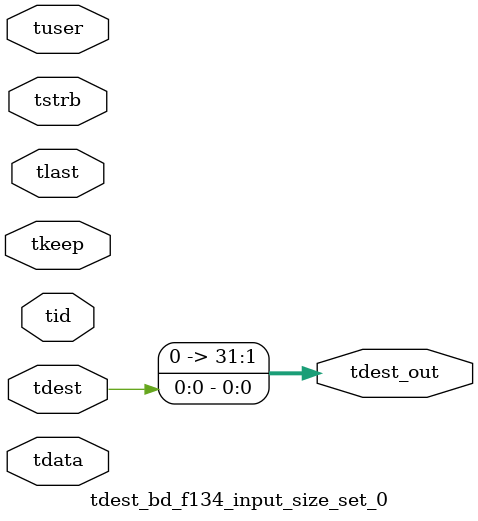
<source format=v>


`timescale 1ps/1ps

module tdest_bd_f134_input_size_set_0 #
(
parameter C_S_AXIS_TDATA_WIDTH = 32,
parameter C_S_AXIS_TUSER_WIDTH = 0,
parameter C_S_AXIS_TID_WIDTH   = 0,
parameter C_S_AXIS_TDEST_WIDTH = 0,
parameter C_M_AXIS_TDEST_WIDTH = 32
)
(
input  [(C_S_AXIS_TDATA_WIDTH == 0 ? 1 : C_S_AXIS_TDATA_WIDTH)-1:0     ] tdata,
input  [(C_S_AXIS_TUSER_WIDTH == 0 ? 1 : C_S_AXIS_TUSER_WIDTH)-1:0     ] tuser,
input  [(C_S_AXIS_TID_WIDTH   == 0 ? 1 : C_S_AXIS_TID_WIDTH)-1:0       ] tid,
input  [(C_S_AXIS_TDEST_WIDTH == 0 ? 1 : C_S_AXIS_TDEST_WIDTH)-1:0     ] tdest,
input  [(C_S_AXIS_TDATA_WIDTH/8)-1:0 ] tkeep,
input  [(C_S_AXIS_TDATA_WIDTH/8)-1:0 ] tstrb,
input                                                                    tlast,
output [C_M_AXIS_TDEST_WIDTH-1:0] tdest_out
);

assign tdest_out = {tdest[0:0]};

endmodule


</source>
